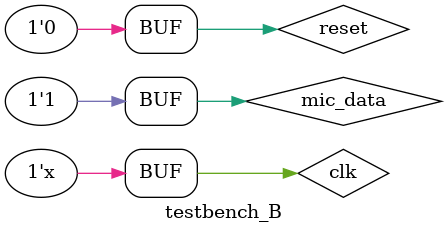
<source format=v>
`timescale 1ns/1ps
module testbench_B;
reg clk, reset, mic_data;
//wire clkout_sys, clkout_mic;

wire audEnPWM;
wire micLRselPDM;

wire data_out;

//microphone_controller microphone_controller_inst(clk, reset, record_button, mic_data, clkout_sys, clkout_mic);

sounddriver sounddriver_inst(.clk(clk), .reset(reset), .micGenCLK(clkout_mic), .micDataPDM(mic_data), .micLRselPDM(micLRselPDM), .audDataPWM(data_out), .audEnPWM(audEnPWM));
initial 
begin
    clk = 0;
    reset = 0;
    //reset = 1;
    //#100 reset = 0;

    #345.5 mic_data = 1;
    #500 mic_data = 1;
    #500 mic_data = 0;
    #500 mic_data = 1;
    #500 mic_data = 0;
    #500 mic_data = 1;
    #500 mic_data = 1;
    #500 mic_data = 0;
    #500 mic_data = 1;
    #500 mic_data = 1;
    #500 mic_data = 0;
    #500 mic_data = 0;
    #500 mic_data = 0;
    #500 mic_data = 1;
    #500 mic_data = 1;
    #500 mic_data = 0;
    #500 mic_data = 0;
    #500 mic_data = 1;
    #500 mic_data = 0;
    #500 mic_data = 1;
    #500 mic_data = 0;
    #500 mic_data = 1;
    #500 mic_data = 1;
    #500 mic_data = 0;
    #500 mic_data = 1;
    #500 mic_data = 1;
    #500 mic_data = 0;
    #500 mic_data = 0;
    #500 mic_data = 0;
    #500 mic_data = 1;
    #500 mic_data = 1;
    #500 mic_data = 0;

    #500 mic_data = 1;
    #500 mic_data = 0;
    #500 mic_data = 1;
    #500 mic_data = 1;
    #500 mic_data = 1;
    #500 mic_data = 1;
    #500 mic_data = 1;
    #500 mic_data = 1;
    #500 mic_data = 0;
    #500 mic_data = 0;
    #500 mic_data = 0;
    #500 mic_data = 1;
    #500 mic_data = 1;
    #500 mic_data = 1;
    #500 mic_data = 1;
    #500 mic_data = 1;
    #500 mic_data = 0;
    #500 mic_data = 1;
    #500 mic_data = 1;
    #500 mic_data = 0;
    #500 mic_data = 1;
    #500 mic_data = 1;
    #500 mic_data = 1;
    #500 mic_data = 1;
    #500 mic_data = 0;
    #500 mic_data = 1;
    #500 mic_data = 1;
    #500 mic_data = 1;
    #500 mic_data = 0;
    #500 mic_data = 0;
    #500 mic_data = 0;
    #500 mic_data = 1;

    #500 mic_data = 0;
    #500 mic_data = 1;
    #500 mic_data = 0;
    #500 mic_data = 1;
    #500 mic_data = 0;
    #500 mic_data = 1;
    #500 mic_data = 1;
    #500 mic_data = 0;
    #500 mic_data = 1;
    #500 mic_data = 1;
    #500 mic_data = 0;
    #500 mic_data = 0;
    #500 mic_data = 1;
    #500 mic_data = 0;
    #500 mic_data = 1;
    #500 mic_data = 0;
    #500 mic_data = 0;
    #500 mic_data = 0;
    #500 mic_data = 1;
    #500 mic_data = 1;
    #500 mic_data = 0;
    #500 mic_data = 0;
    #500 mic_data = 1;
    #500 mic_data = 0;
    #500 mic_data = 1;
    #500 mic_data = 0;
    #500 mic_data = 1;
    #500 mic_data = 1;
    #500 mic_data = 1;
    #500 mic_data = 0;
    #500 mic_data = 1;
    #500 mic_data = 1; 
end

always #5 clk = ~clk;

endmodule

</source>
